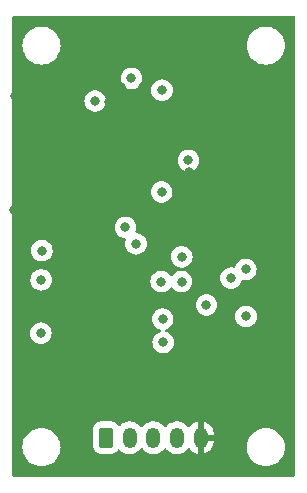
<source format=gbr>
%TF.GenerationSoftware,KiCad,Pcbnew,(6.0.1)*%
%TF.CreationDate,2022-02-11T18:20:56+00:00*%
%TF.ProjectId,PE4302,50453433-3032-42e6-9b69-6361645f7063,rev?*%
%TF.SameCoordinates,Original*%
%TF.FileFunction,Copper,L2,Inr*%
%TF.FilePolarity,Positive*%
%FSLAX46Y46*%
G04 Gerber Fmt 4.6, Leading zero omitted, Abs format (unit mm)*
G04 Created by KiCad (PCBNEW (6.0.1)) date 2022-02-11 18:20:56*
%MOMM*%
%LPD*%
G01*
G04 APERTURE LIST*
G04 Aperture macros list*
%AMRoundRect*
0 Rectangle with rounded corners*
0 $1 Rounding radius*
0 $2 $3 $4 $5 $6 $7 $8 $9 X,Y pos of 4 corners*
0 Add a 4 corners polygon primitive as box body*
4,1,4,$2,$3,$4,$5,$6,$7,$8,$9,$2,$3,0*
0 Add four circle primitives for the rounded corners*
1,1,$1+$1,$2,$3*
1,1,$1+$1,$4,$5*
1,1,$1+$1,$6,$7*
1,1,$1+$1,$8,$9*
0 Add four rect primitives between the rounded corners*
20,1,$1+$1,$2,$3,$4,$5,0*
20,1,$1+$1,$4,$5,$6,$7,0*
20,1,$1+$1,$6,$7,$8,$9,0*
20,1,$1+$1,$8,$9,$2,$3,0*%
G04 Aperture macros list end*
%TA.AperFunction,ComponentPad*%
%ADD10RoundRect,0.250000X-0.350000X-0.625000X0.350000X-0.625000X0.350000X0.625000X-0.350000X0.625000X0*%
%TD*%
%TA.AperFunction,ComponentPad*%
%ADD11O,1.200000X1.750000*%
%TD*%
%TA.AperFunction,ViaPad*%
%ADD12C,0.800000*%
%TD*%
G04 APERTURE END LIST*
D10*
%TO.N,VDC*%
%TO.C,J3*%
X108471200Y-136203600D03*
D11*
%TO.N,Net-(J3-Pad2)*%
X110471200Y-136203600D03*
%TO.N,Net-(J3-Pad3)*%
X112471200Y-136203600D03*
%TO.N,Net-(J3-Pad4)*%
X114471200Y-136203600D03*
%TO.N,GND*%
X116471200Y-136203600D03*
%TD*%
D12*
%TO.N,Net-(J3-Pad2)*%
X113263375Y-126155914D03*
X120294400Y-121945400D03*
%TO.N,Net-(J3-Pad3)*%
X113309400Y-128143000D03*
X120319800Y-125933200D03*
%TO.N,Net-(Q1-Pad2)*%
X110998000Y-119786400D03*
X113131600Y-122986800D03*
%TO.N,Net-(Q3-Pad2)*%
X114875414Y-120887910D03*
X119049800Y-122691400D03*
%TO.N,GND*%
X100761800Y-107238800D03*
X118897400Y-113411000D03*
X116408200Y-114681000D03*
X109702600Y-106553000D03*
X117424200Y-110667800D03*
X122199400Y-116535200D03*
X119684800Y-114782600D03*
X101930200Y-132130800D03*
X106095800Y-107797600D03*
X118338600Y-116560600D03*
X120345200Y-113157000D03*
X104089200Y-116967000D03*
X117017800Y-107848400D03*
X117398800Y-113487200D03*
X103936800Y-107213400D03*
X118795800Y-107492800D03*
X115646200Y-110871000D03*
X122301000Y-107416600D03*
X123875800Y-107391200D03*
X107721400Y-110591600D03*
X106908600Y-133096000D03*
X122885200Y-126009400D03*
X105740200Y-116205000D03*
X112039400Y-117754400D03*
X100685600Y-116941600D03*
X105232200Y-109194600D03*
X120345200Y-116560600D03*
X122783600Y-131876800D03*
X108686600Y-107797600D03*
X118897400Y-110744000D03*
X101676200Y-125196600D03*
X122834400Y-119735600D03*
X107975400Y-122707400D03*
X110134400Y-109601000D03*
X104876600Y-113309400D03*
X116357400Y-133299200D03*
X120675400Y-107442000D03*
X117779800Y-115290600D03*
X102311200Y-107238800D03*
X104800400Y-110845600D03*
X114604800Y-106603800D03*
X116459000Y-109448600D03*
X119684800Y-109220000D03*
X123952000Y-116535200D03*
X118059200Y-109169200D03*
X104978200Y-114858800D03*
X120345200Y-110769400D03*
X101295200Y-119837200D03*
X102362000Y-116967000D03*
X111607600Y-106527600D03*
X107670600Y-116535200D03*
X114445669Y-109809288D03*
X115469078Y-113716362D03*
X105537000Y-126390400D03*
X107670600Y-113411000D03*
%TO.N,VCC*%
X103032600Y-120360400D03*
X102946200Y-127355600D03*
X113174820Y-115401648D03*
X102971600Y-122834400D03*
X107543600Y-107696000D03*
X113207800Y-106781600D03*
X110617000Y-105791000D03*
X115443000Y-112717200D03*
%TO.N,Net-(Q2-Pad2)*%
X114858800Y-122986800D03*
X110109000Y-118389400D03*
X116967000Y-124968000D03*
%TD*%
%TA.AperFunction,Conductor*%
%TO.N,GND*%
G36*
X124434121Y-100528002D02*
G01*
X124480614Y-100581658D01*
X124492000Y-100634000D01*
X124492000Y-139366000D01*
X124471998Y-139434121D01*
X124418342Y-139480614D01*
X124366000Y-139492000D01*
X100634000Y-139492000D01*
X100565879Y-139471998D01*
X100519386Y-139418342D01*
X100508000Y-139366000D01*
X100508000Y-137000000D01*
X101386526Y-137000000D01*
X101406391Y-137252403D01*
X101407545Y-137257210D01*
X101407546Y-137257216D01*
X101437219Y-137380812D01*
X101465495Y-137498591D01*
X101467388Y-137503162D01*
X101467389Y-137503164D01*
X101503695Y-137590813D01*
X101562384Y-137732502D01*
X101694672Y-137948376D01*
X101859102Y-138140898D01*
X102051624Y-138305328D01*
X102267498Y-138437616D01*
X102272068Y-138439509D01*
X102272072Y-138439511D01*
X102496836Y-138532611D01*
X102501409Y-138534505D01*
X102586032Y-138554821D01*
X102742784Y-138592454D01*
X102742790Y-138592455D01*
X102747597Y-138593609D01*
X102847416Y-138601465D01*
X102934345Y-138608307D01*
X102934352Y-138608307D01*
X102936801Y-138608500D01*
X103063199Y-138608500D01*
X103065648Y-138608307D01*
X103065655Y-138608307D01*
X103152584Y-138601465D01*
X103252403Y-138593609D01*
X103257210Y-138592455D01*
X103257216Y-138592454D01*
X103413968Y-138554821D01*
X103498591Y-138534505D01*
X103503164Y-138532611D01*
X103727928Y-138439511D01*
X103727932Y-138439509D01*
X103732502Y-138437616D01*
X103948376Y-138305328D01*
X104140898Y-138140898D01*
X104305328Y-137948376D01*
X104437616Y-137732502D01*
X104496306Y-137590813D01*
X104532611Y-137503164D01*
X104532612Y-137503162D01*
X104534505Y-137498591D01*
X104562781Y-137380812D01*
X104592454Y-137257216D01*
X104592455Y-137257210D01*
X104593609Y-137252403D01*
X104613474Y-137000000D01*
X104603951Y-136879000D01*
X107362700Y-136879000D01*
X107373674Y-136984766D01*
X107375855Y-136991302D01*
X107375855Y-136991304D01*
X107377375Y-136995859D01*
X107429650Y-137152546D01*
X107522722Y-137302948D01*
X107647897Y-137427905D01*
X107654127Y-137431745D01*
X107654128Y-137431746D01*
X107791290Y-137516294D01*
X107798462Y-137520715D01*
X107835142Y-137532881D01*
X107959811Y-137574232D01*
X107959813Y-137574232D01*
X107966339Y-137576397D01*
X107973175Y-137577097D01*
X107973178Y-137577098D01*
X108011586Y-137581033D01*
X108070800Y-137587100D01*
X108871600Y-137587100D01*
X108874846Y-137586763D01*
X108874850Y-137586763D01*
X108970508Y-137576838D01*
X108970512Y-137576837D01*
X108977366Y-137576126D01*
X108983902Y-137573945D01*
X108983904Y-137573945D01*
X109120067Y-137528517D01*
X109145146Y-137520150D01*
X109295548Y-137427078D01*
X109420505Y-137301903D01*
X109452275Y-137250364D01*
X109505046Y-137202871D01*
X109575118Y-137191447D01*
X109640242Y-137219721D01*
X109658618Y-137238645D01*
X109664804Y-137246520D01*
X109669335Y-137250452D01*
X109669338Y-137250455D01*
X109754820Y-137324632D01*
X109824563Y-137385152D01*
X109829749Y-137388152D01*
X109829753Y-137388155D01*
X109926157Y-137443926D01*
X110007654Y-137491073D01*
X110207471Y-137560461D01*
X110213406Y-137561322D01*
X110213408Y-137561322D01*
X110410864Y-137589952D01*
X110410867Y-137589952D01*
X110416804Y-137590813D01*
X110628099Y-137581033D01*
X110759277Y-137549419D01*
X110827901Y-137532881D01*
X110827903Y-137532880D01*
X110833734Y-137531475D01*
X110839192Y-137528993D01*
X110839196Y-137528992D01*
X110954241Y-137476684D01*
X111026287Y-137443926D01*
X111198811Y-137321546D01*
X111345081Y-137168750D01*
X111356324Y-137151338D01*
X111365946Y-137136437D01*
X111419701Y-137090060D01*
X111489997Y-137080107D01*
X111554514Y-137109739D01*
X111570881Y-137126951D01*
X111664804Y-137246520D01*
X111669335Y-137250452D01*
X111669338Y-137250455D01*
X111754820Y-137324632D01*
X111824563Y-137385152D01*
X111829749Y-137388152D01*
X111829753Y-137388155D01*
X111926157Y-137443926D01*
X112007654Y-137491073D01*
X112207471Y-137560461D01*
X112213406Y-137561322D01*
X112213408Y-137561322D01*
X112410864Y-137589952D01*
X112410867Y-137589952D01*
X112416804Y-137590813D01*
X112628099Y-137581033D01*
X112759277Y-137549419D01*
X112827901Y-137532881D01*
X112827903Y-137532880D01*
X112833734Y-137531475D01*
X112839192Y-137528993D01*
X112839196Y-137528992D01*
X112954241Y-137476684D01*
X113026287Y-137443926D01*
X113198811Y-137321546D01*
X113345081Y-137168750D01*
X113356324Y-137151338D01*
X113365946Y-137136437D01*
X113419701Y-137090060D01*
X113489997Y-137080107D01*
X113554514Y-137109739D01*
X113570881Y-137126951D01*
X113664804Y-137246520D01*
X113669335Y-137250452D01*
X113669338Y-137250455D01*
X113754820Y-137324632D01*
X113824563Y-137385152D01*
X113829749Y-137388152D01*
X113829753Y-137388155D01*
X113926157Y-137443926D01*
X114007654Y-137491073D01*
X114207471Y-137560461D01*
X114213406Y-137561322D01*
X114213408Y-137561322D01*
X114410864Y-137589952D01*
X114410867Y-137589952D01*
X114416804Y-137590813D01*
X114628099Y-137581033D01*
X114759277Y-137549419D01*
X114827901Y-137532881D01*
X114827903Y-137532880D01*
X114833734Y-137531475D01*
X114839192Y-137528993D01*
X114839196Y-137528992D01*
X114954241Y-137476684D01*
X115026287Y-137443926D01*
X115198811Y-137321546D01*
X115345081Y-137168750D01*
X115348330Y-137163719D01*
X115348335Y-137163712D01*
X115366233Y-137135993D01*
X115419989Y-137089616D01*
X115490285Y-137079663D01*
X115554802Y-137109296D01*
X115571170Y-137126509D01*
X115661462Y-137241457D01*
X115669699Y-137250106D01*
X115820323Y-137380812D01*
X115830047Y-137387747D01*
X116002667Y-137487610D01*
X116013531Y-137492584D01*
X116201927Y-137558007D01*
X116202916Y-137558248D01*
X116213208Y-137556780D01*
X116217200Y-137543215D01*
X116217200Y-137539002D01*
X116725200Y-137539002D01*
X116729173Y-137552533D01*
X116738599Y-137553888D01*
X116827737Y-137532406D01*
X116839032Y-137528517D01*
X117020582Y-137445971D01*
X117030924Y-137440024D01*
X117193597Y-137324632D01*
X117202625Y-137316839D01*
X117340542Y-137172769D01*
X117347938Y-137163404D01*
X117453447Y-137000000D01*
X120386526Y-137000000D01*
X120406391Y-137252403D01*
X120407545Y-137257210D01*
X120407546Y-137257216D01*
X120437219Y-137380812D01*
X120465495Y-137498591D01*
X120467388Y-137503162D01*
X120467389Y-137503164D01*
X120503695Y-137590813D01*
X120562384Y-137732502D01*
X120694672Y-137948376D01*
X120859102Y-138140898D01*
X121051624Y-138305328D01*
X121267498Y-138437616D01*
X121272068Y-138439509D01*
X121272072Y-138439511D01*
X121496836Y-138532611D01*
X121501409Y-138534505D01*
X121586032Y-138554821D01*
X121742784Y-138592454D01*
X121742790Y-138592455D01*
X121747597Y-138593609D01*
X121847416Y-138601465D01*
X121934345Y-138608307D01*
X121934352Y-138608307D01*
X121936801Y-138608500D01*
X122063199Y-138608500D01*
X122065648Y-138608307D01*
X122065655Y-138608307D01*
X122152584Y-138601465D01*
X122252403Y-138593609D01*
X122257210Y-138592455D01*
X122257216Y-138592454D01*
X122413968Y-138554821D01*
X122498591Y-138534505D01*
X122503164Y-138532611D01*
X122727928Y-138439511D01*
X122727932Y-138439509D01*
X122732502Y-138437616D01*
X122948376Y-138305328D01*
X123140898Y-138140898D01*
X123305328Y-137948376D01*
X123437616Y-137732502D01*
X123496306Y-137590813D01*
X123532611Y-137503164D01*
X123532612Y-137503162D01*
X123534505Y-137498591D01*
X123562781Y-137380812D01*
X123592454Y-137257216D01*
X123592455Y-137257210D01*
X123593609Y-137252403D01*
X123613474Y-137000000D01*
X123593609Y-136747597D01*
X123534505Y-136501409D01*
X123523862Y-136475715D01*
X123439511Y-136272072D01*
X123439509Y-136272068D01*
X123437616Y-136267498D01*
X123305328Y-136051624D01*
X123140898Y-135859102D01*
X122948376Y-135694672D01*
X122732502Y-135562384D01*
X122727932Y-135560491D01*
X122727928Y-135560489D01*
X122503164Y-135467389D01*
X122503162Y-135467388D01*
X122498591Y-135465495D01*
X122413968Y-135445179D01*
X122257216Y-135407546D01*
X122257210Y-135407545D01*
X122252403Y-135406391D01*
X122152584Y-135398535D01*
X122065655Y-135391693D01*
X122065648Y-135391693D01*
X122063199Y-135391500D01*
X121936801Y-135391500D01*
X121934352Y-135391693D01*
X121934345Y-135391693D01*
X121847416Y-135398535D01*
X121747597Y-135406391D01*
X121742790Y-135407545D01*
X121742784Y-135407546D01*
X121586032Y-135445179D01*
X121501409Y-135465495D01*
X121496838Y-135467388D01*
X121496836Y-135467389D01*
X121272072Y-135560489D01*
X121272068Y-135560491D01*
X121267498Y-135562384D01*
X121051624Y-135694672D01*
X120859102Y-135859102D01*
X120694672Y-136051624D01*
X120562384Y-136267498D01*
X120560491Y-136272068D01*
X120560489Y-136272072D01*
X120476138Y-136475715D01*
X120465495Y-136501409D01*
X120406391Y-136747597D01*
X120386526Y-137000000D01*
X117453447Y-137000000D01*
X117456121Y-136995859D01*
X117461617Y-136985255D01*
X117536161Y-136800288D01*
X117539555Y-136788830D01*
X117578057Y-136591672D01*
X117579134Y-136582809D01*
X117579200Y-136580100D01*
X117579200Y-136475715D01*
X117574725Y-136460476D01*
X117573335Y-136459271D01*
X117565652Y-136457600D01*
X116743315Y-136457600D01*
X116728076Y-136462075D01*
X116726871Y-136463465D01*
X116725200Y-136471148D01*
X116725200Y-137539002D01*
X116217200Y-137539002D01*
X116217200Y-135931485D01*
X116725200Y-135931485D01*
X116729675Y-135946724D01*
X116731065Y-135947929D01*
X116738748Y-135949600D01*
X117561085Y-135949600D01*
X117576324Y-135945125D01*
X117577529Y-135943735D01*
X117579200Y-135936052D01*
X117579200Y-135878768D01*
X117578915Y-135872792D01*
X117564729Y-135724106D01*
X117562470Y-135712372D01*
X117506328Y-135521001D01*
X117501898Y-135509925D01*
X117410581Y-135332622D01*
X117404131Y-135322576D01*
X117280938Y-135165743D01*
X117272701Y-135157094D01*
X117122077Y-135026388D01*
X117112353Y-135019453D01*
X116939733Y-134919590D01*
X116928869Y-134914616D01*
X116740473Y-134849193D01*
X116739484Y-134848952D01*
X116729192Y-134850420D01*
X116725200Y-134863985D01*
X116725200Y-135931485D01*
X116217200Y-135931485D01*
X116217200Y-134868198D01*
X116213227Y-134854667D01*
X116203801Y-134853312D01*
X116114663Y-134874794D01*
X116103368Y-134878683D01*
X115921818Y-134961229D01*
X115911476Y-134967176D01*
X115748803Y-135082568D01*
X115739775Y-135090361D01*
X115601858Y-135234431D01*
X115594459Y-135243800D01*
X115576782Y-135271177D01*
X115523028Y-135317555D01*
X115452732Y-135327509D01*
X115388215Y-135297878D01*
X115371844Y-135280663D01*
X115364067Y-135270763D01*
X115277596Y-135160680D01*
X115273065Y-135156748D01*
X115273062Y-135156745D01*
X115122367Y-135025979D01*
X115117837Y-135022048D01*
X115112651Y-135019048D01*
X115112647Y-135019045D01*
X114939942Y-134919133D01*
X114934746Y-134916127D01*
X114734929Y-134846739D01*
X114728994Y-134845878D01*
X114728992Y-134845878D01*
X114531536Y-134817248D01*
X114531533Y-134817248D01*
X114525596Y-134816387D01*
X114314301Y-134826167D01*
X114201666Y-134853312D01*
X114114499Y-134874319D01*
X114114497Y-134874320D01*
X114108666Y-134875725D01*
X114103208Y-134878207D01*
X114103204Y-134878208D01*
X114012190Y-134919590D01*
X113916113Y-134963274D01*
X113743589Y-135085654D01*
X113597319Y-135238450D01*
X113594066Y-135243488D01*
X113576454Y-135270763D01*
X113522699Y-135317140D01*
X113452403Y-135327093D01*
X113387886Y-135297461D01*
X113371517Y-135280247D01*
X113364393Y-135271177D01*
X113277596Y-135160680D01*
X113273065Y-135156748D01*
X113273062Y-135156745D01*
X113122367Y-135025979D01*
X113117837Y-135022048D01*
X113112651Y-135019048D01*
X113112647Y-135019045D01*
X112939942Y-134919133D01*
X112934746Y-134916127D01*
X112734929Y-134846739D01*
X112728994Y-134845878D01*
X112728992Y-134845878D01*
X112531536Y-134817248D01*
X112531533Y-134817248D01*
X112525596Y-134816387D01*
X112314301Y-134826167D01*
X112201666Y-134853312D01*
X112114499Y-134874319D01*
X112114497Y-134874320D01*
X112108666Y-134875725D01*
X112103208Y-134878207D01*
X112103204Y-134878208D01*
X112012190Y-134919590D01*
X111916113Y-134963274D01*
X111743589Y-135085654D01*
X111597319Y-135238450D01*
X111594066Y-135243488D01*
X111576454Y-135270763D01*
X111522699Y-135317140D01*
X111452403Y-135327093D01*
X111387886Y-135297461D01*
X111371517Y-135280247D01*
X111364393Y-135271177D01*
X111277596Y-135160680D01*
X111273065Y-135156748D01*
X111273062Y-135156745D01*
X111122367Y-135025979D01*
X111117837Y-135022048D01*
X111112651Y-135019048D01*
X111112647Y-135019045D01*
X110939942Y-134919133D01*
X110934746Y-134916127D01*
X110734929Y-134846739D01*
X110728994Y-134845878D01*
X110728992Y-134845878D01*
X110531536Y-134817248D01*
X110531533Y-134817248D01*
X110525596Y-134816387D01*
X110314301Y-134826167D01*
X110201666Y-134853312D01*
X110114499Y-134874319D01*
X110114497Y-134874320D01*
X110108666Y-134875725D01*
X110103208Y-134878207D01*
X110103204Y-134878208D01*
X110012190Y-134919590D01*
X109916113Y-134963274D01*
X109743589Y-135085654D01*
X109739447Y-135089981D01*
X109739441Y-135089986D01*
X109652394Y-135180917D01*
X109590839Y-135216294D01*
X109519930Y-135212775D01*
X109462179Y-135171479D01*
X109454232Y-135160091D01*
X109419678Y-135104252D01*
X109294503Y-134979295D01*
X109288272Y-134975454D01*
X109150168Y-134890325D01*
X109150166Y-134890324D01*
X109143938Y-134886485D01*
X109035205Y-134850420D01*
X108982589Y-134832968D01*
X108982587Y-134832968D01*
X108976061Y-134830803D01*
X108969225Y-134830103D01*
X108969222Y-134830102D01*
X108926169Y-134825691D01*
X108871600Y-134820100D01*
X108070800Y-134820100D01*
X108067554Y-134820437D01*
X108067550Y-134820437D01*
X107971892Y-134830362D01*
X107971888Y-134830363D01*
X107965034Y-134831074D01*
X107958498Y-134833255D01*
X107958496Y-134833255D01*
X107894317Y-134854667D01*
X107797254Y-134887050D01*
X107646852Y-134980122D01*
X107521895Y-135105297D01*
X107518055Y-135111527D01*
X107518054Y-135111528D01*
X107481100Y-135171479D01*
X107429085Y-135255862D01*
X107373403Y-135423739D01*
X107362700Y-135528200D01*
X107362700Y-136879000D01*
X104603951Y-136879000D01*
X104593609Y-136747597D01*
X104534505Y-136501409D01*
X104523862Y-136475715D01*
X104439511Y-136272072D01*
X104439509Y-136272068D01*
X104437616Y-136267498D01*
X104305328Y-136051624D01*
X104140898Y-135859102D01*
X103948376Y-135694672D01*
X103732502Y-135562384D01*
X103727932Y-135560491D01*
X103727928Y-135560489D01*
X103503164Y-135467389D01*
X103503162Y-135467388D01*
X103498591Y-135465495D01*
X103413968Y-135445179D01*
X103257216Y-135407546D01*
X103257210Y-135407545D01*
X103252403Y-135406391D01*
X103152584Y-135398535D01*
X103065655Y-135391693D01*
X103065648Y-135391693D01*
X103063199Y-135391500D01*
X102936801Y-135391500D01*
X102934352Y-135391693D01*
X102934345Y-135391693D01*
X102847416Y-135398535D01*
X102747597Y-135406391D01*
X102742790Y-135407545D01*
X102742784Y-135407546D01*
X102586032Y-135445179D01*
X102501409Y-135465495D01*
X102496838Y-135467388D01*
X102496836Y-135467389D01*
X102272072Y-135560489D01*
X102272068Y-135560491D01*
X102267498Y-135562384D01*
X102051624Y-135694672D01*
X101859102Y-135859102D01*
X101694672Y-136051624D01*
X101562384Y-136267498D01*
X101560491Y-136272068D01*
X101560489Y-136272072D01*
X101476138Y-136475715D01*
X101465495Y-136501409D01*
X101406391Y-136747597D01*
X101386526Y-137000000D01*
X100508000Y-137000000D01*
X100508000Y-127355600D01*
X102032696Y-127355600D01*
X102052658Y-127545528D01*
X102111673Y-127727156D01*
X102114976Y-127732878D01*
X102114977Y-127732879D01*
X102137243Y-127771444D01*
X102207160Y-127892544D01*
X102211578Y-127897451D01*
X102211579Y-127897452D01*
X102267569Y-127959635D01*
X102334947Y-128034466D01*
X102434043Y-128106464D01*
X102475295Y-128136435D01*
X102489448Y-128146718D01*
X102495476Y-128149402D01*
X102495478Y-128149403D01*
X102495842Y-128149565D01*
X102663912Y-128224394D01*
X102757312Y-128244247D01*
X102844256Y-128262728D01*
X102844261Y-128262728D01*
X102850713Y-128264100D01*
X103041687Y-128264100D01*
X103048139Y-128262728D01*
X103048144Y-128262728D01*
X103135088Y-128244247D01*
X103228488Y-128224394D01*
X103396558Y-128149565D01*
X103396922Y-128149403D01*
X103396924Y-128149402D01*
X103402952Y-128146718D01*
X103417106Y-128136435D01*
X103458357Y-128106464D01*
X103557453Y-128034466D01*
X103624831Y-127959635D01*
X103680821Y-127897452D01*
X103680822Y-127897451D01*
X103685240Y-127892544D01*
X103755157Y-127771444D01*
X103777423Y-127732879D01*
X103777424Y-127732878D01*
X103780727Y-127727156D01*
X103839742Y-127545528D01*
X103859704Y-127355600D01*
X103859014Y-127349035D01*
X103840432Y-127172235D01*
X103840432Y-127172233D01*
X103839742Y-127165672D01*
X103780727Y-126984044D01*
X103685240Y-126818656D01*
X103670238Y-126801994D01*
X103561875Y-126681645D01*
X103561874Y-126681644D01*
X103557453Y-126676734D01*
X103402952Y-126564482D01*
X103396924Y-126561798D01*
X103396922Y-126561797D01*
X103234519Y-126489491D01*
X103234518Y-126489491D01*
X103228488Y-126486806D01*
X103123199Y-126464426D01*
X103048144Y-126448472D01*
X103048139Y-126448472D01*
X103041687Y-126447100D01*
X102850713Y-126447100D01*
X102844261Y-126448472D01*
X102844256Y-126448472D01*
X102769201Y-126464426D01*
X102663912Y-126486806D01*
X102657882Y-126489491D01*
X102657881Y-126489491D01*
X102495478Y-126561797D01*
X102495476Y-126561798D01*
X102489448Y-126564482D01*
X102334947Y-126676734D01*
X102330526Y-126681644D01*
X102330525Y-126681645D01*
X102222163Y-126801994D01*
X102207160Y-126818656D01*
X102111673Y-126984044D01*
X102052658Y-127165672D01*
X102051968Y-127172233D01*
X102051968Y-127172235D01*
X102033386Y-127349035D01*
X102032696Y-127355600D01*
X100508000Y-127355600D01*
X100508000Y-126155914D01*
X112349871Y-126155914D01*
X112369833Y-126345842D01*
X112428848Y-126527470D01*
X112524335Y-126692858D01*
X112652122Y-126834780D01*
X112806623Y-126947032D01*
X112812651Y-126949716D01*
X112812653Y-126949717D01*
X112903870Y-126990329D01*
X112981087Y-127024708D01*
X112987542Y-127026080D01*
X112987545Y-127026081D01*
X113014499Y-127031810D01*
X113076973Y-127065538D01*
X113111295Y-127127687D01*
X113106567Y-127198527D01*
X113064292Y-127255564D01*
X113029540Y-127273690D01*
X113027112Y-127274206D01*
X112959278Y-127304407D01*
X112858678Y-127349197D01*
X112858676Y-127349198D01*
X112852648Y-127351882D01*
X112847307Y-127355762D01*
X112847306Y-127355763D01*
X112797243Y-127392136D01*
X112698147Y-127464134D01*
X112693726Y-127469044D01*
X112693725Y-127469045D01*
X112624860Y-127545528D01*
X112570360Y-127606056D01*
X112567059Y-127611774D01*
X112497139Y-127732879D01*
X112474873Y-127771444D01*
X112415858Y-127953072D01*
X112395896Y-128143000D01*
X112396586Y-128149565D01*
X112404169Y-128221709D01*
X112415858Y-128332928D01*
X112474873Y-128514556D01*
X112570360Y-128679944D01*
X112698147Y-128821866D01*
X112852648Y-128934118D01*
X112858676Y-128936802D01*
X112858678Y-128936803D01*
X113021081Y-129009109D01*
X113027112Y-129011794D01*
X113120512Y-129031647D01*
X113207456Y-129050128D01*
X113207461Y-129050128D01*
X113213913Y-129051500D01*
X113404887Y-129051500D01*
X113411339Y-129050128D01*
X113411344Y-129050128D01*
X113498288Y-129031647D01*
X113591688Y-129011794D01*
X113597719Y-129009109D01*
X113760122Y-128936803D01*
X113760124Y-128936802D01*
X113766152Y-128934118D01*
X113920653Y-128821866D01*
X114048440Y-128679944D01*
X114143927Y-128514556D01*
X114202942Y-128332928D01*
X114214632Y-128221709D01*
X114222214Y-128149565D01*
X114222904Y-128143000D01*
X114202942Y-127953072D01*
X114143927Y-127771444D01*
X114121662Y-127732879D01*
X114051741Y-127611774D01*
X114048440Y-127606056D01*
X113993941Y-127545528D01*
X113925075Y-127469045D01*
X113925074Y-127469044D01*
X113920653Y-127464134D01*
X113821557Y-127392136D01*
X113771494Y-127355763D01*
X113771493Y-127355762D01*
X113766152Y-127351882D01*
X113760124Y-127349198D01*
X113760122Y-127349197D01*
X113597719Y-127276891D01*
X113597716Y-127276890D01*
X113591688Y-127274206D01*
X113585233Y-127272834D01*
X113585230Y-127272833D01*
X113558276Y-127267104D01*
X113495802Y-127233376D01*
X113461480Y-127171227D01*
X113466208Y-127100387D01*
X113508483Y-127043350D01*
X113543235Y-127025224D01*
X113545663Y-127024708D01*
X113636996Y-126984044D01*
X113714097Y-126949717D01*
X113714099Y-126949716D01*
X113720127Y-126947032D01*
X113874628Y-126834780D01*
X114002415Y-126692858D01*
X114097902Y-126527470D01*
X114156917Y-126345842D01*
X114176879Y-126155914D01*
X114156917Y-125965986D01*
X114146264Y-125933200D01*
X119406296Y-125933200D01*
X119426258Y-126123128D01*
X119485273Y-126304756D01*
X119580760Y-126470144D01*
X119585178Y-126475051D01*
X119585179Y-126475052D01*
X119665702Y-126564482D01*
X119708547Y-126612066D01*
X119863048Y-126724318D01*
X119869076Y-126727002D01*
X119869078Y-126727003D01*
X120031481Y-126799309D01*
X120037512Y-126801994D01*
X120130913Y-126821847D01*
X120217856Y-126840328D01*
X120217861Y-126840328D01*
X120224313Y-126841700D01*
X120415287Y-126841700D01*
X120421739Y-126840328D01*
X120421744Y-126840328D01*
X120508687Y-126821847D01*
X120602088Y-126801994D01*
X120608119Y-126799309D01*
X120770522Y-126727003D01*
X120770524Y-126727002D01*
X120776552Y-126724318D01*
X120931053Y-126612066D01*
X120973898Y-126564482D01*
X121054421Y-126475052D01*
X121054422Y-126475051D01*
X121058840Y-126470144D01*
X121154327Y-126304756D01*
X121213342Y-126123128D01*
X121233304Y-125933200D01*
X121227345Y-125876500D01*
X121214032Y-125749835D01*
X121214032Y-125749833D01*
X121213342Y-125743272D01*
X121154327Y-125561644D01*
X121058840Y-125396256D01*
X120931053Y-125254334D01*
X120776552Y-125142082D01*
X120770524Y-125139398D01*
X120770522Y-125139397D01*
X120608119Y-125067091D01*
X120608118Y-125067091D01*
X120602088Y-125064406D01*
X120508688Y-125044553D01*
X120421744Y-125026072D01*
X120421739Y-125026072D01*
X120415287Y-125024700D01*
X120224313Y-125024700D01*
X120217861Y-125026072D01*
X120217856Y-125026072D01*
X120130912Y-125044553D01*
X120037512Y-125064406D01*
X120031482Y-125067091D01*
X120031481Y-125067091D01*
X119869078Y-125139397D01*
X119869076Y-125139398D01*
X119863048Y-125142082D01*
X119708547Y-125254334D01*
X119580760Y-125396256D01*
X119485273Y-125561644D01*
X119426258Y-125743272D01*
X119425568Y-125749833D01*
X119425568Y-125749835D01*
X119412255Y-125876500D01*
X119406296Y-125933200D01*
X114146264Y-125933200D01*
X114097902Y-125784358D01*
X114002415Y-125618970D01*
X113950799Y-125561644D01*
X113879050Y-125481959D01*
X113879049Y-125481958D01*
X113874628Y-125477048D01*
X113720127Y-125364796D01*
X113714099Y-125362112D01*
X113714097Y-125362111D01*
X113551694Y-125289805D01*
X113551693Y-125289805D01*
X113545663Y-125287120D01*
X113452263Y-125267267D01*
X113365319Y-125248786D01*
X113365314Y-125248786D01*
X113358862Y-125247414D01*
X113167888Y-125247414D01*
X113161436Y-125248786D01*
X113161431Y-125248786D01*
X113074487Y-125267267D01*
X112981087Y-125287120D01*
X112975057Y-125289805D01*
X112975056Y-125289805D01*
X112812653Y-125362111D01*
X112812651Y-125362112D01*
X112806623Y-125364796D01*
X112652122Y-125477048D01*
X112647701Y-125481958D01*
X112647700Y-125481959D01*
X112575952Y-125561644D01*
X112524335Y-125618970D01*
X112428848Y-125784358D01*
X112369833Y-125965986D01*
X112349871Y-126155914D01*
X100508000Y-126155914D01*
X100508000Y-124968000D01*
X116053496Y-124968000D01*
X116054186Y-124974565D01*
X116071793Y-125142082D01*
X116073458Y-125157928D01*
X116132473Y-125339556D01*
X116227960Y-125504944D01*
X116355747Y-125646866D01*
X116510248Y-125759118D01*
X116516276Y-125761802D01*
X116516278Y-125761803D01*
X116678681Y-125834109D01*
X116684712Y-125836794D01*
X116778112Y-125856647D01*
X116865056Y-125875128D01*
X116865061Y-125875128D01*
X116871513Y-125876500D01*
X117062487Y-125876500D01*
X117068939Y-125875128D01*
X117068944Y-125875128D01*
X117155888Y-125856647D01*
X117249288Y-125836794D01*
X117255319Y-125834109D01*
X117417722Y-125761803D01*
X117417724Y-125761802D01*
X117423752Y-125759118D01*
X117578253Y-125646866D01*
X117706040Y-125504944D01*
X117801527Y-125339556D01*
X117860542Y-125157928D01*
X117862208Y-125142082D01*
X117879814Y-124974565D01*
X117880504Y-124968000D01*
X117860542Y-124778072D01*
X117801527Y-124596444D01*
X117706040Y-124431056D01*
X117578253Y-124289134D01*
X117423752Y-124176882D01*
X117417724Y-124174198D01*
X117417722Y-124174197D01*
X117255319Y-124101891D01*
X117255318Y-124101891D01*
X117249288Y-124099206D01*
X117155887Y-124079353D01*
X117068944Y-124060872D01*
X117068939Y-124060872D01*
X117062487Y-124059500D01*
X116871513Y-124059500D01*
X116865061Y-124060872D01*
X116865056Y-124060872D01*
X116778113Y-124079353D01*
X116684712Y-124099206D01*
X116678682Y-124101891D01*
X116678681Y-124101891D01*
X116516278Y-124174197D01*
X116516276Y-124174198D01*
X116510248Y-124176882D01*
X116355747Y-124289134D01*
X116227960Y-124431056D01*
X116132473Y-124596444D01*
X116073458Y-124778072D01*
X116053496Y-124968000D01*
X100508000Y-124968000D01*
X100508000Y-122834400D01*
X102058096Y-122834400D01*
X102058786Y-122840965D01*
X102066332Y-122912757D01*
X102078058Y-123024328D01*
X102137073Y-123205956D01*
X102232560Y-123371344D01*
X102360347Y-123513266D01*
X102366899Y-123518026D01*
X102477700Y-123598528D01*
X102514848Y-123625518D01*
X102520876Y-123628202D01*
X102520878Y-123628203D01*
X102683281Y-123700509D01*
X102689312Y-123703194D01*
X102782712Y-123723047D01*
X102869656Y-123741528D01*
X102869661Y-123741528D01*
X102876113Y-123742900D01*
X103067087Y-123742900D01*
X103073539Y-123741528D01*
X103073544Y-123741528D01*
X103160488Y-123723047D01*
X103253888Y-123703194D01*
X103259919Y-123700509D01*
X103422322Y-123628203D01*
X103422324Y-123628202D01*
X103428352Y-123625518D01*
X103465501Y-123598528D01*
X103576301Y-123518026D01*
X103582853Y-123513266D01*
X103710640Y-123371344D01*
X103806127Y-123205956D01*
X103865142Y-123024328D01*
X103869086Y-122986800D01*
X112218096Y-122986800D01*
X112218786Y-122993365D01*
X112221351Y-123017765D01*
X112238058Y-123176728D01*
X112297073Y-123358356D01*
X112300376Y-123364078D01*
X112300377Y-123364079D01*
X112306191Y-123374149D01*
X112392560Y-123523744D01*
X112396978Y-123528651D01*
X112396979Y-123528652D01*
X112486615Y-123628203D01*
X112520347Y-123665666D01*
X112674848Y-123777918D01*
X112680876Y-123780602D01*
X112680878Y-123780603D01*
X112843281Y-123852909D01*
X112849312Y-123855594D01*
X112942712Y-123875447D01*
X113029656Y-123893928D01*
X113029661Y-123893928D01*
X113036113Y-123895300D01*
X113227087Y-123895300D01*
X113233539Y-123893928D01*
X113233544Y-123893928D01*
X113320488Y-123875447D01*
X113413888Y-123855594D01*
X113419919Y-123852909D01*
X113582322Y-123780603D01*
X113582324Y-123780602D01*
X113588352Y-123777918D01*
X113742853Y-123665666D01*
X113776585Y-123628203D01*
X113866221Y-123528652D01*
X113866222Y-123528651D01*
X113870640Y-123523744D01*
X113886082Y-123496999D01*
X113937463Y-123448006D01*
X114007176Y-123434569D01*
X114073087Y-123460956D01*
X114104318Y-123496998D01*
X114119760Y-123523744D01*
X114124178Y-123528651D01*
X114124179Y-123528652D01*
X114213815Y-123628203D01*
X114247547Y-123665666D01*
X114402048Y-123777918D01*
X114408076Y-123780602D01*
X114408078Y-123780603D01*
X114570481Y-123852909D01*
X114576512Y-123855594D01*
X114669912Y-123875447D01*
X114756856Y-123893928D01*
X114756861Y-123893928D01*
X114763313Y-123895300D01*
X114954287Y-123895300D01*
X114960739Y-123893928D01*
X114960744Y-123893928D01*
X115047688Y-123875447D01*
X115141088Y-123855594D01*
X115147119Y-123852909D01*
X115309522Y-123780603D01*
X115309524Y-123780602D01*
X115315552Y-123777918D01*
X115470053Y-123665666D01*
X115503785Y-123628203D01*
X115593421Y-123528652D01*
X115593422Y-123528651D01*
X115597840Y-123523744D01*
X115684209Y-123374149D01*
X115690023Y-123364079D01*
X115690024Y-123364078D01*
X115693327Y-123358356D01*
X115752342Y-123176728D01*
X115769050Y-123017765D01*
X115771614Y-122993365D01*
X115772304Y-122986800D01*
X115764522Y-122912757D01*
X115753032Y-122803435D01*
X115753032Y-122803433D01*
X115752342Y-122796872D01*
X115718072Y-122691400D01*
X118136296Y-122691400D01*
X118136986Y-122697965D01*
X118153402Y-122854151D01*
X118156258Y-122881328D01*
X118215273Y-123062956D01*
X118310760Y-123228344D01*
X118438547Y-123370266D01*
X118527052Y-123434569D01*
X118563371Y-123460956D01*
X118593048Y-123482518D01*
X118599076Y-123485202D01*
X118599078Y-123485203D01*
X118696667Y-123528652D01*
X118767512Y-123560194D01*
X118860912Y-123580047D01*
X118947856Y-123598528D01*
X118947861Y-123598528D01*
X118954313Y-123599900D01*
X119145287Y-123599900D01*
X119151739Y-123598528D01*
X119151744Y-123598528D01*
X119238688Y-123580047D01*
X119332088Y-123560194D01*
X119402933Y-123528652D01*
X119500522Y-123485203D01*
X119500524Y-123485202D01*
X119506552Y-123482518D01*
X119536230Y-123460956D01*
X119572548Y-123434569D01*
X119661053Y-123370266D01*
X119788840Y-123228344D01*
X119884327Y-123062956D01*
X119933130Y-122912757D01*
X119973204Y-122854151D01*
X120038600Y-122826514D01*
X120079160Y-122828446D01*
X120192456Y-122852528D01*
X120192461Y-122852528D01*
X120198913Y-122853900D01*
X120389887Y-122853900D01*
X120396339Y-122852528D01*
X120396344Y-122852528D01*
X120483288Y-122834047D01*
X120576688Y-122814194D01*
X120582719Y-122811509D01*
X120745122Y-122739203D01*
X120745124Y-122739202D01*
X120751152Y-122736518D01*
X120905653Y-122624266D01*
X120910075Y-122619355D01*
X121029021Y-122487252D01*
X121029022Y-122487251D01*
X121033440Y-122482344D01*
X121128927Y-122316956D01*
X121187942Y-122135328D01*
X121189481Y-122120691D01*
X121207214Y-121951965D01*
X121207904Y-121945400D01*
X121205999Y-121927272D01*
X121188632Y-121762035D01*
X121188632Y-121762033D01*
X121187942Y-121755472D01*
X121128927Y-121573844D01*
X121033440Y-121408456D01*
X120905653Y-121266534D01*
X120751152Y-121154282D01*
X120745124Y-121151598D01*
X120745122Y-121151597D01*
X120582719Y-121079291D01*
X120582718Y-121079291D01*
X120576688Y-121076606D01*
X120483287Y-121056753D01*
X120396344Y-121038272D01*
X120396339Y-121038272D01*
X120389887Y-121036900D01*
X120198913Y-121036900D01*
X120192461Y-121038272D01*
X120192456Y-121038272D01*
X120105513Y-121056753D01*
X120012112Y-121076606D01*
X120006082Y-121079291D01*
X120006081Y-121079291D01*
X119843678Y-121151597D01*
X119843676Y-121151598D01*
X119837648Y-121154282D01*
X119683147Y-121266534D01*
X119555360Y-121408456D01*
X119459873Y-121573844D01*
X119457831Y-121580129D01*
X119411070Y-121724043D01*
X119370996Y-121782649D01*
X119305600Y-121810286D01*
X119265040Y-121808354D01*
X119151744Y-121784272D01*
X119151739Y-121784272D01*
X119145287Y-121782900D01*
X118954313Y-121782900D01*
X118947861Y-121784272D01*
X118947856Y-121784272D01*
X118860913Y-121802753D01*
X118767512Y-121822606D01*
X118761482Y-121825291D01*
X118761481Y-121825291D01*
X118599078Y-121897597D01*
X118599076Y-121897598D01*
X118593048Y-121900282D01*
X118587707Y-121904162D01*
X118587706Y-121904163D01*
X118539985Y-121938835D01*
X118438547Y-122012534D01*
X118310760Y-122154456D01*
X118215273Y-122319844D01*
X118156258Y-122501472D01*
X118136296Y-122691400D01*
X115718072Y-122691400D01*
X115693327Y-122615244D01*
X115597840Y-122449856D01*
X115483330Y-122322679D01*
X115474475Y-122312845D01*
X115474474Y-122312844D01*
X115470053Y-122307934D01*
X115315552Y-122195682D01*
X115309524Y-122192998D01*
X115309522Y-122192997D01*
X115147119Y-122120691D01*
X115147118Y-122120691D01*
X115141088Y-122118006D01*
X115047687Y-122098153D01*
X114960744Y-122079672D01*
X114960739Y-122079672D01*
X114954287Y-122078300D01*
X114763313Y-122078300D01*
X114756861Y-122079672D01*
X114756856Y-122079672D01*
X114669913Y-122098153D01*
X114576512Y-122118006D01*
X114570482Y-122120691D01*
X114570481Y-122120691D01*
X114408078Y-122192997D01*
X114408076Y-122192998D01*
X114402048Y-122195682D01*
X114247547Y-122307934D01*
X114243126Y-122312844D01*
X114243125Y-122312845D01*
X114234271Y-122322679D01*
X114119760Y-122449856D01*
X114104318Y-122476601D01*
X114052937Y-122525594D01*
X113983224Y-122539031D01*
X113917313Y-122512644D01*
X113886082Y-122476602D01*
X113870640Y-122449856D01*
X113756130Y-122322679D01*
X113747275Y-122312845D01*
X113747274Y-122312844D01*
X113742853Y-122307934D01*
X113588352Y-122195682D01*
X113582324Y-122192998D01*
X113582322Y-122192997D01*
X113419919Y-122120691D01*
X113419918Y-122120691D01*
X113413888Y-122118006D01*
X113320487Y-122098153D01*
X113233544Y-122079672D01*
X113233539Y-122079672D01*
X113227087Y-122078300D01*
X113036113Y-122078300D01*
X113029661Y-122079672D01*
X113029656Y-122079672D01*
X112942713Y-122098153D01*
X112849312Y-122118006D01*
X112843282Y-122120691D01*
X112843281Y-122120691D01*
X112680878Y-122192997D01*
X112680876Y-122192998D01*
X112674848Y-122195682D01*
X112520347Y-122307934D01*
X112515926Y-122312844D01*
X112515925Y-122312845D01*
X112507071Y-122322679D01*
X112392560Y-122449856D01*
X112297073Y-122615244D01*
X112238058Y-122796872D01*
X112237368Y-122803433D01*
X112237368Y-122803435D01*
X112225878Y-122912757D01*
X112218096Y-122986800D01*
X103869086Y-122986800D01*
X103876869Y-122912757D01*
X103884414Y-122840965D01*
X103885104Y-122834400D01*
X103884275Y-122826514D01*
X103865832Y-122651035D01*
X103865832Y-122651033D01*
X103865142Y-122644472D01*
X103806127Y-122462844D01*
X103798629Y-122449856D01*
X103727194Y-122326129D01*
X103710640Y-122297456D01*
X103619003Y-122195682D01*
X103587275Y-122160445D01*
X103587274Y-122160444D01*
X103582853Y-122155534D01*
X103428352Y-122043282D01*
X103422324Y-122040598D01*
X103422322Y-122040597D01*
X103259919Y-121968291D01*
X103259918Y-121968291D01*
X103253888Y-121965606D01*
X103158827Y-121945400D01*
X103073544Y-121927272D01*
X103073539Y-121927272D01*
X103067087Y-121925900D01*
X102876113Y-121925900D01*
X102869661Y-121927272D01*
X102869656Y-121927272D01*
X102784373Y-121945400D01*
X102689312Y-121965606D01*
X102683282Y-121968291D01*
X102683281Y-121968291D01*
X102520878Y-122040597D01*
X102520876Y-122040598D01*
X102514848Y-122043282D01*
X102360347Y-122155534D01*
X102355926Y-122160444D01*
X102355925Y-122160445D01*
X102324198Y-122195682D01*
X102232560Y-122297456D01*
X102216006Y-122326129D01*
X102144572Y-122449856D01*
X102137073Y-122462844D01*
X102078058Y-122644472D01*
X102077368Y-122651033D01*
X102077368Y-122651035D01*
X102058925Y-122826514D01*
X102058096Y-122834400D01*
X100508000Y-122834400D01*
X100508000Y-120360400D01*
X102119096Y-120360400D01*
X102119786Y-120366965D01*
X102129602Y-120460355D01*
X102139058Y-120550328D01*
X102198073Y-120731956D01*
X102293560Y-120897344D01*
X102421347Y-121039266D01*
X102575848Y-121151518D01*
X102581876Y-121154202D01*
X102581878Y-121154203D01*
X102744281Y-121226509D01*
X102750312Y-121229194D01*
X102843713Y-121249047D01*
X102930656Y-121267528D01*
X102930661Y-121267528D01*
X102937113Y-121268900D01*
X103128087Y-121268900D01*
X103134539Y-121267528D01*
X103134544Y-121267528D01*
X103221487Y-121249047D01*
X103314888Y-121229194D01*
X103320919Y-121226509D01*
X103483322Y-121154203D01*
X103483324Y-121154202D01*
X103489352Y-121151518D01*
X103643853Y-121039266D01*
X103771640Y-120897344D01*
X103777087Y-120887910D01*
X113961910Y-120887910D01*
X113981872Y-121077838D01*
X114040887Y-121259466D01*
X114044190Y-121265188D01*
X114044191Y-121265189D01*
X114046334Y-121268900D01*
X114136374Y-121424854D01*
X114264161Y-121566776D01*
X114418662Y-121679028D01*
X114424690Y-121681712D01*
X114424692Y-121681713D01*
X114576258Y-121749194D01*
X114593126Y-121756704D01*
X114686526Y-121776557D01*
X114773470Y-121795038D01*
X114773475Y-121795038D01*
X114779927Y-121796410D01*
X114970901Y-121796410D01*
X114977353Y-121795038D01*
X114977358Y-121795038D01*
X115064302Y-121776557D01*
X115157702Y-121756704D01*
X115174570Y-121749194D01*
X115326136Y-121681713D01*
X115326138Y-121681712D01*
X115332166Y-121679028D01*
X115486667Y-121566776D01*
X115614454Y-121424854D01*
X115704494Y-121268900D01*
X115706637Y-121265189D01*
X115706638Y-121265188D01*
X115709941Y-121259466D01*
X115768956Y-121077838D01*
X115788918Y-120887910D01*
X115768956Y-120697982D01*
X115709941Y-120516354D01*
X115614454Y-120350966D01*
X115486667Y-120209044D01*
X115332166Y-120096792D01*
X115326138Y-120094108D01*
X115326136Y-120094107D01*
X115163733Y-120021801D01*
X115163732Y-120021801D01*
X115157702Y-120019116D01*
X115044853Y-119995129D01*
X114977358Y-119980782D01*
X114977353Y-119980782D01*
X114970901Y-119979410D01*
X114779927Y-119979410D01*
X114773475Y-119980782D01*
X114773470Y-119980782D01*
X114705975Y-119995129D01*
X114593126Y-120019116D01*
X114587096Y-120021801D01*
X114587095Y-120021801D01*
X114424692Y-120094107D01*
X114424690Y-120094108D01*
X114418662Y-120096792D01*
X114264161Y-120209044D01*
X114136374Y-120350966D01*
X114040887Y-120516354D01*
X113981872Y-120697982D01*
X113961910Y-120887910D01*
X103777087Y-120887910D01*
X103867127Y-120731956D01*
X103926142Y-120550328D01*
X103935599Y-120460355D01*
X103945414Y-120366965D01*
X103946104Y-120360400D01*
X103926142Y-120170472D01*
X103867127Y-119988844D01*
X103863526Y-119982606D01*
X103774941Y-119829174D01*
X103771640Y-119823456D01*
X103643853Y-119681534D01*
X103489352Y-119569282D01*
X103483324Y-119566598D01*
X103483322Y-119566597D01*
X103320919Y-119494291D01*
X103320918Y-119494291D01*
X103314888Y-119491606D01*
X103221488Y-119471753D01*
X103134544Y-119453272D01*
X103134539Y-119453272D01*
X103128087Y-119451900D01*
X102937113Y-119451900D01*
X102930661Y-119453272D01*
X102930656Y-119453272D01*
X102843712Y-119471753D01*
X102750312Y-119491606D01*
X102744282Y-119494291D01*
X102744281Y-119494291D01*
X102581878Y-119566597D01*
X102581876Y-119566598D01*
X102575848Y-119569282D01*
X102421347Y-119681534D01*
X102293560Y-119823456D01*
X102290259Y-119829174D01*
X102201675Y-119982606D01*
X102198073Y-119988844D01*
X102139058Y-120170472D01*
X102119096Y-120360400D01*
X100508000Y-120360400D01*
X100508000Y-118389400D01*
X109195496Y-118389400D01*
X109215458Y-118579328D01*
X109274473Y-118760956D01*
X109369960Y-118926344D01*
X109497747Y-119068266D01*
X109652248Y-119180518D01*
X109658276Y-119183202D01*
X109658278Y-119183203D01*
X109796062Y-119244548D01*
X109826712Y-119258194D01*
X109920113Y-119278047D01*
X110007056Y-119296528D01*
X110007061Y-119296528D01*
X110013513Y-119297900D01*
X110028046Y-119297900D01*
X110096167Y-119317902D01*
X110142660Y-119371558D01*
X110152764Y-119441832D01*
X110147879Y-119462836D01*
X110104458Y-119596472D01*
X110103768Y-119603033D01*
X110103768Y-119603035D01*
X110085186Y-119779835D01*
X110084496Y-119786400D01*
X110104458Y-119976328D01*
X110163473Y-120157956D01*
X110166776Y-120163678D01*
X110166777Y-120163679D01*
X110170699Y-120170472D01*
X110258960Y-120323344D01*
X110386747Y-120465266D01*
X110541248Y-120577518D01*
X110547276Y-120580202D01*
X110547278Y-120580203D01*
X110709681Y-120652509D01*
X110715712Y-120655194D01*
X110809113Y-120675047D01*
X110896056Y-120693528D01*
X110896061Y-120693528D01*
X110902513Y-120694900D01*
X111093487Y-120694900D01*
X111099939Y-120693528D01*
X111099944Y-120693528D01*
X111186887Y-120675047D01*
X111280288Y-120655194D01*
X111286319Y-120652509D01*
X111448722Y-120580203D01*
X111448724Y-120580202D01*
X111454752Y-120577518D01*
X111609253Y-120465266D01*
X111737040Y-120323344D01*
X111825301Y-120170472D01*
X111829223Y-120163679D01*
X111829224Y-120163678D01*
X111832527Y-120157956D01*
X111891542Y-119976328D01*
X111911504Y-119786400D01*
X111910814Y-119779835D01*
X111892232Y-119603035D01*
X111892232Y-119603033D01*
X111891542Y-119596472D01*
X111832527Y-119414844D01*
X111737040Y-119249456D01*
X111609253Y-119107534D01*
X111454752Y-118995282D01*
X111448724Y-118992598D01*
X111448722Y-118992597D01*
X111286319Y-118920291D01*
X111286318Y-118920291D01*
X111280288Y-118917606D01*
X111186887Y-118897753D01*
X111099944Y-118879272D01*
X111099939Y-118879272D01*
X111093487Y-118877900D01*
X111078954Y-118877900D01*
X111010833Y-118857898D01*
X110964340Y-118804242D01*
X110954236Y-118733968D01*
X110959121Y-118712964D01*
X111000502Y-118585606D01*
X111002542Y-118579328D01*
X111022504Y-118389400D01*
X111002542Y-118199472D01*
X110943527Y-118017844D01*
X110848040Y-117852456D01*
X110720253Y-117710534D01*
X110565752Y-117598282D01*
X110559724Y-117595598D01*
X110559722Y-117595597D01*
X110397319Y-117523291D01*
X110397318Y-117523291D01*
X110391288Y-117520606D01*
X110297887Y-117500753D01*
X110210944Y-117482272D01*
X110210939Y-117482272D01*
X110204487Y-117480900D01*
X110013513Y-117480900D01*
X110007061Y-117482272D01*
X110007056Y-117482272D01*
X109920113Y-117500753D01*
X109826712Y-117520606D01*
X109820682Y-117523291D01*
X109820681Y-117523291D01*
X109658278Y-117595597D01*
X109658276Y-117595598D01*
X109652248Y-117598282D01*
X109497747Y-117710534D01*
X109369960Y-117852456D01*
X109274473Y-118017844D01*
X109215458Y-118199472D01*
X109195496Y-118389400D01*
X100508000Y-118389400D01*
X100508000Y-115401648D01*
X112261316Y-115401648D01*
X112281278Y-115591576D01*
X112340293Y-115773204D01*
X112435780Y-115938592D01*
X112563567Y-116080514D01*
X112718068Y-116192766D01*
X112724096Y-116195450D01*
X112724098Y-116195451D01*
X112886501Y-116267757D01*
X112892532Y-116270442D01*
X112985932Y-116290295D01*
X113072876Y-116308776D01*
X113072881Y-116308776D01*
X113079333Y-116310148D01*
X113270307Y-116310148D01*
X113276759Y-116308776D01*
X113276764Y-116308776D01*
X113363708Y-116290295D01*
X113457108Y-116270442D01*
X113463139Y-116267757D01*
X113625542Y-116195451D01*
X113625544Y-116195450D01*
X113631572Y-116192766D01*
X113786073Y-116080514D01*
X113913860Y-115938592D01*
X114009347Y-115773204D01*
X114068362Y-115591576D01*
X114088324Y-115401648D01*
X114068362Y-115211720D01*
X114009347Y-115030092D01*
X113913860Y-114864704D01*
X113786073Y-114722782D01*
X113631572Y-114610530D01*
X113625544Y-114607846D01*
X113625542Y-114607845D01*
X113463139Y-114535539D01*
X113463138Y-114535539D01*
X113457108Y-114532854D01*
X113363707Y-114513001D01*
X113276764Y-114494520D01*
X113276759Y-114494520D01*
X113270307Y-114493148D01*
X113079333Y-114493148D01*
X113072881Y-114494520D01*
X113072876Y-114494520D01*
X112985933Y-114513001D01*
X112892532Y-114532854D01*
X112886502Y-114535539D01*
X112886501Y-114535539D01*
X112724098Y-114607845D01*
X112724096Y-114607846D01*
X112718068Y-114610530D01*
X112563567Y-114722782D01*
X112435780Y-114864704D01*
X112340293Y-115030092D01*
X112281278Y-115211720D01*
X112261316Y-115401648D01*
X100508000Y-115401648D01*
X100508000Y-112717200D01*
X114529496Y-112717200D01*
X114549458Y-112907128D01*
X114608473Y-113088756D01*
X114703960Y-113254144D01*
X114831747Y-113396066D01*
X114986248Y-113508318D01*
X114992276Y-113511002D01*
X114992278Y-113511003D01*
X115154681Y-113583309D01*
X115160712Y-113585994D01*
X115254113Y-113605847D01*
X115341056Y-113624328D01*
X115341061Y-113624328D01*
X115347513Y-113625700D01*
X115538487Y-113625700D01*
X115544939Y-113624328D01*
X115544944Y-113624328D01*
X115631888Y-113605847D01*
X115725288Y-113585994D01*
X115731319Y-113583309D01*
X115893722Y-113511003D01*
X115893724Y-113511002D01*
X115899752Y-113508318D01*
X116054253Y-113396066D01*
X116182040Y-113254144D01*
X116277527Y-113088756D01*
X116336542Y-112907128D01*
X116356504Y-112717200D01*
X116336542Y-112527272D01*
X116277527Y-112345644D01*
X116182040Y-112180256D01*
X116054253Y-112038334D01*
X115899752Y-111926082D01*
X115893724Y-111923398D01*
X115893722Y-111923397D01*
X115731319Y-111851091D01*
X115731318Y-111851091D01*
X115725288Y-111848406D01*
X115631888Y-111828553D01*
X115544944Y-111810072D01*
X115544939Y-111810072D01*
X115538487Y-111808700D01*
X115347513Y-111808700D01*
X115341061Y-111810072D01*
X115341056Y-111810072D01*
X115254112Y-111828553D01*
X115160712Y-111848406D01*
X115154682Y-111851091D01*
X115154681Y-111851091D01*
X114992278Y-111923397D01*
X114992276Y-111923398D01*
X114986248Y-111926082D01*
X114831747Y-112038334D01*
X114703960Y-112180256D01*
X114608473Y-112345644D01*
X114549458Y-112527272D01*
X114529496Y-112717200D01*
X100508000Y-112717200D01*
X100508000Y-107696000D01*
X106630096Y-107696000D01*
X106650058Y-107885928D01*
X106709073Y-108067556D01*
X106804560Y-108232944D01*
X106932347Y-108374866D01*
X107086848Y-108487118D01*
X107092876Y-108489802D01*
X107092878Y-108489803D01*
X107255281Y-108562109D01*
X107261312Y-108564794D01*
X107354713Y-108584647D01*
X107441656Y-108603128D01*
X107441661Y-108603128D01*
X107448113Y-108604500D01*
X107639087Y-108604500D01*
X107645539Y-108603128D01*
X107645544Y-108603128D01*
X107732488Y-108584647D01*
X107825888Y-108564794D01*
X107831919Y-108562109D01*
X107994322Y-108489803D01*
X107994324Y-108489802D01*
X108000352Y-108487118D01*
X108154853Y-108374866D01*
X108282640Y-108232944D01*
X108378127Y-108067556D01*
X108437142Y-107885928D01*
X108457104Y-107696000D01*
X108452311Y-107650394D01*
X108437832Y-107512635D01*
X108437832Y-107512633D01*
X108437142Y-107506072D01*
X108378127Y-107324444D01*
X108282640Y-107159056D01*
X108154853Y-107017134D01*
X108000352Y-106904882D01*
X107994324Y-106902198D01*
X107994322Y-106902197D01*
X107831919Y-106829891D01*
X107831918Y-106829891D01*
X107825888Y-106827206D01*
X107732488Y-106807353D01*
X107645544Y-106788872D01*
X107645539Y-106788872D01*
X107639087Y-106787500D01*
X107448113Y-106787500D01*
X107441661Y-106788872D01*
X107441656Y-106788872D01*
X107354713Y-106807353D01*
X107261312Y-106827206D01*
X107255282Y-106829891D01*
X107255281Y-106829891D01*
X107092878Y-106902197D01*
X107092876Y-106902198D01*
X107086848Y-106904882D01*
X106932347Y-107017134D01*
X106804560Y-107159056D01*
X106709073Y-107324444D01*
X106650058Y-107506072D01*
X106649368Y-107512633D01*
X106649368Y-107512635D01*
X106634889Y-107650394D01*
X106630096Y-107696000D01*
X100508000Y-107696000D01*
X100508000Y-106781600D01*
X112294296Y-106781600D01*
X112294986Y-106788165D01*
X112299372Y-106829891D01*
X112314258Y-106971528D01*
X112373273Y-107153156D01*
X112468760Y-107318544D01*
X112596547Y-107460466D01*
X112751048Y-107572718D01*
X112757076Y-107575402D01*
X112757078Y-107575403D01*
X112919481Y-107647709D01*
X112925512Y-107650394D01*
X113018912Y-107670247D01*
X113105856Y-107688728D01*
X113105861Y-107688728D01*
X113112313Y-107690100D01*
X113303287Y-107690100D01*
X113309739Y-107688728D01*
X113309744Y-107688728D01*
X113396688Y-107670247D01*
X113490088Y-107650394D01*
X113496119Y-107647709D01*
X113658522Y-107575403D01*
X113658524Y-107575402D01*
X113664552Y-107572718D01*
X113819053Y-107460466D01*
X113946840Y-107318544D01*
X114042327Y-107153156D01*
X114101342Y-106971528D01*
X114116229Y-106829891D01*
X114120614Y-106788165D01*
X114121304Y-106781600D01*
X114101342Y-106591672D01*
X114042327Y-106410044D01*
X113946840Y-106244656D01*
X113819053Y-106102734D01*
X113664552Y-105990482D01*
X113658524Y-105987798D01*
X113658522Y-105987797D01*
X113496119Y-105915491D01*
X113496118Y-105915491D01*
X113490088Y-105912806D01*
X113396688Y-105892953D01*
X113309744Y-105874472D01*
X113309739Y-105874472D01*
X113303287Y-105873100D01*
X113112313Y-105873100D01*
X113105861Y-105874472D01*
X113105856Y-105874472D01*
X113018912Y-105892953D01*
X112925512Y-105912806D01*
X112919482Y-105915491D01*
X112919481Y-105915491D01*
X112757078Y-105987797D01*
X112757076Y-105987798D01*
X112751048Y-105990482D01*
X112596547Y-106102734D01*
X112468760Y-106244656D01*
X112373273Y-106410044D01*
X112314258Y-106591672D01*
X112294296Y-106781600D01*
X100508000Y-106781600D01*
X100508000Y-105791000D01*
X109703496Y-105791000D01*
X109723458Y-105980928D01*
X109782473Y-106162556D01*
X109877960Y-106327944D01*
X110005747Y-106469866D01*
X110160248Y-106582118D01*
X110166276Y-106584802D01*
X110166278Y-106584803D01*
X110328681Y-106657109D01*
X110334712Y-106659794D01*
X110428112Y-106679647D01*
X110515056Y-106698128D01*
X110515061Y-106698128D01*
X110521513Y-106699500D01*
X110712487Y-106699500D01*
X110718939Y-106698128D01*
X110718944Y-106698128D01*
X110805888Y-106679647D01*
X110899288Y-106659794D01*
X110905319Y-106657109D01*
X111067722Y-106584803D01*
X111067724Y-106584802D01*
X111073752Y-106582118D01*
X111228253Y-106469866D01*
X111356040Y-106327944D01*
X111451527Y-106162556D01*
X111510542Y-105980928D01*
X111530504Y-105791000D01*
X111510542Y-105601072D01*
X111451527Y-105419444D01*
X111356040Y-105254056D01*
X111228253Y-105112134D01*
X111073752Y-104999882D01*
X111067724Y-104997198D01*
X111067722Y-104997197D01*
X110905319Y-104924891D01*
X110905318Y-104924891D01*
X110899288Y-104922206D01*
X110805887Y-104902353D01*
X110718944Y-104883872D01*
X110718939Y-104883872D01*
X110712487Y-104882500D01*
X110521513Y-104882500D01*
X110515061Y-104883872D01*
X110515056Y-104883872D01*
X110428113Y-104902353D01*
X110334712Y-104922206D01*
X110328682Y-104924891D01*
X110328681Y-104924891D01*
X110166278Y-104997197D01*
X110166276Y-104997198D01*
X110160248Y-104999882D01*
X110005747Y-105112134D01*
X109877960Y-105254056D01*
X109782473Y-105419444D01*
X109723458Y-105601072D01*
X109703496Y-105791000D01*
X100508000Y-105791000D01*
X100508000Y-103000000D01*
X101386526Y-103000000D01*
X101406391Y-103252403D01*
X101465495Y-103498591D01*
X101562384Y-103732502D01*
X101694672Y-103948376D01*
X101859102Y-104140898D01*
X102051624Y-104305328D01*
X102267498Y-104437616D01*
X102272068Y-104439509D01*
X102272072Y-104439511D01*
X102496836Y-104532611D01*
X102501409Y-104534505D01*
X102586032Y-104554821D01*
X102742784Y-104592454D01*
X102742790Y-104592455D01*
X102747597Y-104593609D01*
X102847416Y-104601465D01*
X102934345Y-104608307D01*
X102934352Y-104608307D01*
X102936801Y-104608500D01*
X103063199Y-104608500D01*
X103065648Y-104608307D01*
X103065655Y-104608307D01*
X103152584Y-104601465D01*
X103252403Y-104593609D01*
X103257210Y-104592455D01*
X103257216Y-104592454D01*
X103413968Y-104554821D01*
X103498591Y-104534505D01*
X103503164Y-104532611D01*
X103727928Y-104439511D01*
X103727932Y-104439509D01*
X103732502Y-104437616D01*
X103948376Y-104305328D01*
X104140898Y-104140898D01*
X104305328Y-103948376D01*
X104437616Y-103732502D01*
X104534505Y-103498591D01*
X104593609Y-103252403D01*
X104613474Y-103000000D01*
X120386526Y-103000000D01*
X120406391Y-103252403D01*
X120465495Y-103498591D01*
X120562384Y-103732502D01*
X120694672Y-103948376D01*
X120859102Y-104140898D01*
X121051624Y-104305328D01*
X121267498Y-104437616D01*
X121272068Y-104439509D01*
X121272072Y-104439511D01*
X121496836Y-104532611D01*
X121501409Y-104534505D01*
X121586032Y-104554821D01*
X121742784Y-104592454D01*
X121742790Y-104592455D01*
X121747597Y-104593609D01*
X121847416Y-104601465D01*
X121934345Y-104608307D01*
X121934352Y-104608307D01*
X121936801Y-104608500D01*
X122063199Y-104608500D01*
X122065648Y-104608307D01*
X122065655Y-104608307D01*
X122152584Y-104601465D01*
X122252403Y-104593609D01*
X122257210Y-104592455D01*
X122257216Y-104592454D01*
X122413968Y-104554821D01*
X122498591Y-104534505D01*
X122503164Y-104532611D01*
X122727928Y-104439511D01*
X122727932Y-104439509D01*
X122732502Y-104437616D01*
X122948376Y-104305328D01*
X123140898Y-104140898D01*
X123305328Y-103948376D01*
X123437616Y-103732502D01*
X123534505Y-103498591D01*
X123593609Y-103252403D01*
X123613474Y-103000000D01*
X123593609Y-102747597D01*
X123534505Y-102501409D01*
X123437616Y-102267498D01*
X123305328Y-102051624D01*
X123140898Y-101859102D01*
X122948376Y-101694672D01*
X122732502Y-101562384D01*
X122727932Y-101560491D01*
X122727928Y-101560489D01*
X122503164Y-101467389D01*
X122503162Y-101467388D01*
X122498591Y-101465495D01*
X122413968Y-101445179D01*
X122257216Y-101407546D01*
X122257210Y-101407545D01*
X122252403Y-101406391D01*
X122152584Y-101398535D01*
X122065655Y-101391693D01*
X122065648Y-101391693D01*
X122063199Y-101391500D01*
X121936801Y-101391500D01*
X121934352Y-101391693D01*
X121934345Y-101391693D01*
X121847416Y-101398535D01*
X121747597Y-101406391D01*
X121742790Y-101407545D01*
X121742784Y-101407546D01*
X121586032Y-101445179D01*
X121501409Y-101465495D01*
X121496838Y-101467388D01*
X121496836Y-101467389D01*
X121272072Y-101560489D01*
X121272068Y-101560491D01*
X121267498Y-101562384D01*
X121051624Y-101694672D01*
X120859102Y-101859102D01*
X120694672Y-102051624D01*
X120562384Y-102267498D01*
X120465495Y-102501409D01*
X120406391Y-102747597D01*
X120386526Y-103000000D01*
X104613474Y-103000000D01*
X104593609Y-102747597D01*
X104534505Y-102501409D01*
X104437616Y-102267498D01*
X104305328Y-102051624D01*
X104140898Y-101859102D01*
X103948376Y-101694672D01*
X103732502Y-101562384D01*
X103727932Y-101560491D01*
X103727928Y-101560489D01*
X103503164Y-101467389D01*
X103503162Y-101467388D01*
X103498591Y-101465495D01*
X103413968Y-101445179D01*
X103257216Y-101407546D01*
X103257210Y-101407545D01*
X103252403Y-101406391D01*
X103152584Y-101398535D01*
X103065655Y-101391693D01*
X103065648Y-101391693D01*
X103063199Y-101391500D01*
X102936801Y-101391500D01*
X102934352Y-101391693D01*
X102934345Y-101391693D01*
X102847416Y-101398535D01*
X102747597Y-101406391D01*
X102742790Y-101407545D01*
X102742784Y-101407546D01*
X102586032Y-101445179D01*
X102501409Y-101465495D01*
X102496838Y-101467388D01*
X102496836Y-101467389D01*
X102272072Y-101560489D01*
X102272068Y-101560491D01*
X102267498Y-101562384D01*
X102051624Y-101694672D01*
X101859102Y-101859102D01*
X101694672Y-102051624D01*
X101562384Y-102267498D01*
X101465495Y-102501409D01*
X101406391Y-102747597D01*
X101386526Y-103000000D01*
X100508000Y-103000000D01*
X100508000Y-100634000D01*
X100528002Y-100565879D01*
X100581658Y-100519386D01*
X100634000Y-100508000D01*
X124366000Y-100508000D01*
X124434121Y-100528002D01*
G37*
%TD.AperFunction*%
%TD*%
M02*

</source>
